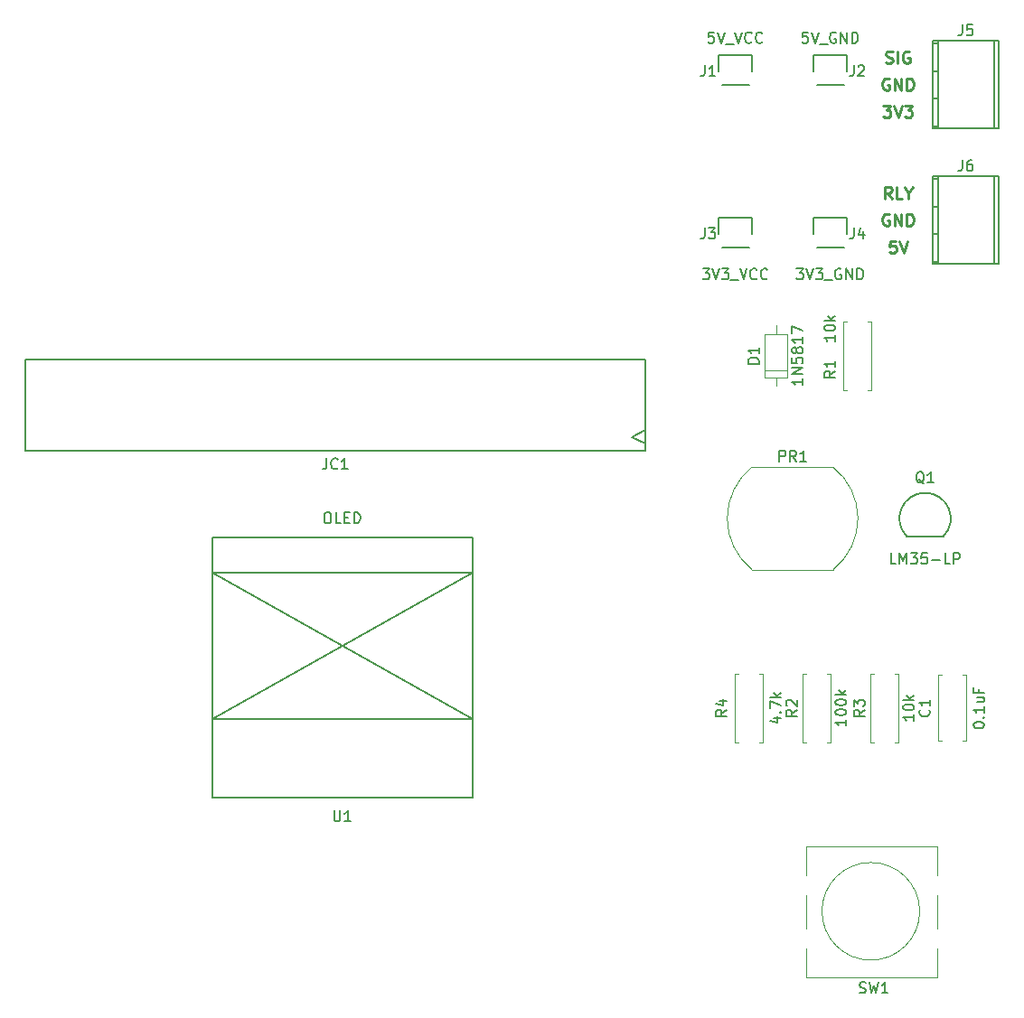
<source format=gbr>
G04 #@! TF.FileFunction,Legend,Top*
%FSLAX46Y46*%
G04 Gerber Fmt 4.6, Leading zero omitted, Abs format (unit mm)*
G04 Created by KiCad (PCBNEW 4.0.7) date Tuesday, 22 May 2018 'PMt' 14:30:25*
%MOMM*%
%LPD*%
G01*
G04 APERTURE LIST*
%ADD10C,0.100000*%
%ADD11C,0.275000*%
%ADD12C,0.250000*%
%ADD13C,0.150000*%
%ADD14C,0.120000*%
G04 APERTURE END LIST*
D10*
D11*
X174683810Y-69077619D02*
X174317144Y-68553810D01*
X174055239Y-69077619D02*
X174055239Y-67977619D01*
X174474286Y-67977619D01*
X174579048Y-68030000D01*
X174631429Y-68082381D01*
X174683810Y-68187143D01*
X174683810Y-68344286D01*
X174631429Y-68449048D01*
X174579048Y-68501429D01*
X174474286Y-68553810D01*
X174055239Y-68553810D01*
X175679048Y-69077619D02*
X175155239Y-69077619D01*
X175155239Y-67977619D01*
X176255239Y-68553810D02*
X176255239Y-69077619D01*
X175888572Y-67977619D02*
X176255239Y-68553810D01*
X176621905Y-67977619D01*
X174421905Y-70570000D02*
X174317143Y-70517619D01*
X174160000Y-70517619D01*
X174002858Y-70570000D01*
X173898096Y-70674762D01*
X173845715Y-70779524D01*
X173793334Y-70989048D01*
X173793334Y-71146190D01*
X173845715Y-71355714D01*
X173898096Y-71460476D01*
X174002858Y-71565238D01*
X174160000Y-71617619D01*
X174264762Y-71617619D01*
X174421905Y-71565238D01*
X174474286Y-71512857D01*
X174474286Y-71146190D01*
X174264762Y-71146190D01*
X174945715Y-71617619D02*
X174945715Y-70517619D01*
X175574286Y-71617619D01*
X175574286Y-70517619D01*
X176098096Y-71617619D02*
X176098096Y-70517619D01*
X176360001Y-70517619D01*
X176517143Y-70570000D01*
X176621905Y-70674762D01*
X176674286Y-70779524D01*
X176726667Y-70989048D01*
X176726667Y-71146190D01*
X176674286Y-71355714D01*
X176621905Y-71460476D01*
X176517143Y-71565238D01*
X176360001Y-71617619D01*
X176098096Y-71617619D01*
X175050476Y-73057619D02*
X174526667Y-73057619D01*
X174474286Y-73581429D01*
X174526667Y-73529048D01*
X174631429Y-73476667D01*
X174893333Y-73476667D01*
X174998095Y-73529048D01*
X175050476Y-73581429D01*
X175102857Y-73686190D01*
X175102857Y-73948095D01*
X175050476Y-74052857D01*
X174998095Y-74105238D01*
X174893333Y-74157619D01*
X174631429Y-74157619D01*
X174526667Y-74105238D01*
X174474286Y-74052857D01*
X175417143Y-73057619D02*
X175783810Y-74157619D01*
X176150476Y-73057619D01*
X174133810Y-56325238D02*
X174290953Y-56377619D01*
X174552857Y-56377619D01*
X174657619Y-56325238D01*
X174710000Y-56272857D01*
X174762381Y-56168095D01*
X174762381Y-56063333D01*
X174710000Y-55958571D01*
X174657619Y-55906190D01*
X174552857Y-55853810D01*
X174343334Y-55801429D01*
X174238572Y-55749048D01*
X174186191Y-55696667D01*
X174133810Y-55591905D01*
X174133810Y-55487143D01*
X174186191Y-55382381D01*
X174238572Y-55330000D01*
X174343334Y-55277619D01*
X174605238Y-55277619D01*
X174762381Y-55330000D01*
X175233810Y-56377619D02*
X175233810Y-55277619D01*
X176333810Y-55330000D02*
X176229048Y-55277619D01*
X176071905Y-55277619D01*
X175914763Y-55330000D01*
X175810001Y-55434762D01*
X175757620Y-55539524D01*
X175705239Y-55749048D01*
X175705239Y-55906190D01*
X175757620Y-56115714D01*
X175810001Y-56220476D01*
X175914763Y-56325238D01*
X176071905Y-56377619D01*
X176176667Y-56377619D01*
X176333810Y-56325238D01*
X176386191Y-56272857D01*
X176386191Y-55906190D01*
X176176667Y-55906190D01*
D12*
X174421905Y-57870000D02*
X174317143Y-57817619D01*
X174160000Y-57817619D01*
X174002858Y-57870000D01*
X173898096Y-57974762D01*
X173845715Y-58079524D01*
X173793334Y-58289048D01*
X173793334Y-58446190D01*
X173845715Y-58655714D01*
X173898096Y-58760476D01*
X174002858Y-58865238D01*
X174160000Y-58917619D01*
X174264762Y-58917619D01*
X174421905Y-58865238D01*
X174474286Y-58812857D01*
X174474286Y-58446190D01*
X174264762Y-58446190D01*
X174945715Y-58917619D02*
X174945715Y-57817619D01*
X175574286Y-58917619D01*
X175574286Y-57817619D01*
X176098096Y-58917619D02*
X176098096Y-57817619D01*
X176360001Y-57817619D01*
X176517143Y-57870000D01*
X176621905Y-57974762D01*
X176674286Y-58079524D01*
X176726667Y-58289048D01*
X176726667Y-58446190D01*
X176674286Y-58655714D01*
X176621905Y-58760476D01*
X176517143Y-58865238D01*
X176360001Y-58917619D01*
X176098096Y-58917619D01*
X173898096Y-60357619D02*
X174579048Y-60357619D01*
X174212382Y-60776667D01*
X174369524Y-60776667D01*
X174474286Y-60829048D01*
X174526667Y-60881429D01*
X174579048Y-60986190D01*
X174579048Y-61248095D01*
X174526667Y-61352857D01*
X174474286Y-61405238D01*
X174369524Y-61457619D01*
X174055239Y-61457619D01*
X173950477Y-61405238D01*
X173898096Y-61352857D01*
X174893334Y-60357619D02*
X175260001Y-61457619D01*
X175626667Y-60357619D01*
X175888572Y-60357619D02*
X176569524Y-60357619D01*
X176202858Y-60776667D01*
X176360000Y-60776667D01*
X176464762Y-60829048D01*
X176517143Y-60881429D01*
X176569524Y-60986190D01*
X176569524Y-61248095D01*
X176517143Y-61352857D01*
X176464762Y-61405238D01*
X176360000Y-61457619D01*
X176045715Y-61457619D01*
X175940953Y-61405238D01*
X175888572Y-61352857D01*
D13*
X135382000Y-104140000D02*
X110998000Y-117856000D01*
X110998000Y-104140000D02*
X135382000Y-117856000D01*
X135382000Y-117856000D02*
X110998000Y-117856000D01*
X110998000Y-104140000D02*
X135382000Y-104140000D01*
X110998000Y-125222000D02*
X110998000Y-100838000D01*
X135382000Y-125222000D02*
X110998000Y-125222000D01*
X135382000Y-100838000D02*
X135382000Y-125222000D01*
X110998000Y-100838000D02*
X135382000Y-100838000D01*
X176100000Y-100760000D02*
X179500000Y-100760000D01*
X176102944Y-100757056D02*
G75*
G02X177800000Y-96660000I1697056J1697056D01*
G01*
X179497056Y-100757056D02*
G75*
G03X177800000Y-96660000I-1697056J1697056D01*
G01*
D14*
X162770000Y-85880000D02*
X164890000Y-85880000D01*
X164890000Y-85880000D02*
X164890000Y-81760000D01*
X164890000Y-81760000D02*
X162770000Y-81760000D01*
X162770000Y-81760000D02*
X162770000Y-85880000D01*
X163830000Y-86650000D02*
X163830000Y-85880000D01*
X163830000Y-80990000D02*
X163830000Y-81760000D01*
X162770000Y-85220000D02*
X164890000Y-85220000D01*
D13*
X161570000Y-55600000D02*
X161570000Y-57150000D01*
X158470000Y-57150000D02*
X158470000Y-55600000D01*
X158470000Y-55600000D02*
X161570000Y-55600000D01*
X158750000Y-58420000D02*
X161290000Y-58420000D01*
X170460000Y-55600000D02*
X170460000Y-57150000D01*
X167360000Y-57150000D02*
X167360000Y-55600000D01*
X167360000Y-55600000D02*
X170460000Y-55600000D01*
X167640000Y-58420000D02*
X170180000Y-58420000D01*
X161570000Y-70840000D02*
X161570000Y-72390000D01*
X158470000Y-72390000D02*
X158470000Y-70840000D01*
X158470000Y-70840000D02*
X161570000Y-70840000D01*
X158750000Y-73660000D02*
X161290000Y-73660000D01*
X170460000Y-70840000D02*
X170460000Y-72390000D01*
X167360000Y-72390000D02*
X167360000Y-70840000D01*
X167360000Y-70840000D02*
X170460000Y-70840000D01*
X167640000Y-73660000D02*
X170180000Y-73660000D01*
D14*
X170470000Y-87030000D02*
X170140000Y-87030000D01*
X170140000Y-87030000D02*
X170140000Y-80610000D01*
X170140000Y-80610000D02*
X170470000Y-80610000D01*
X172430000Y-87030000D02*
X172760000Y-87030000D01*
X172760000Y-87030000D02*
X172760000Y-80610000D01*
X172760000Y-80610000D02*
X172430000Y-80610000D01*
X181650000Y-113740000D02*
X181650000Y-119860000D01*
X179030000Y-113740000D02*
X179030000Y-119860000D01*
X181650000Y-113740000D02*
X181336000Y-113740000D01*
X179344000Y-113740000D02*
X179030000Y-113740000D01*
X181650000Y-119860000D02*
X181336000Y-119860000D01*
X179344000Y-119860000D02*
X179030000Y-119860000D01*
X166660000Y-120050000D02*
X166330000Y-120050000D01*
X166330000Y-120050000D02*
X166330000Y-113630000D01*
X166330000Y-113630000D02*
X166660000Y-113630000D01*
X168620000Y-120050000D02*
X168950000Y-120050000D01*
X168950000Y-120050000D02*
X168950000Y-113630000D01*
X168950000Y-113630000D02*
X168620000Y-113630000D01*
X173010000Y-120050000D02*
X172680000Y-120050000D01*
X172680000Y-120050000D02*
X172680000Y-113630000D01*
X172680000Y-113630000D02*
X173010000Y-113630000D01*
X174970000Y-120050000D02*
X175300000Y-120050000D01*
X175300000Y-120050000D02*
X175300000Y-113630000D01*
X175300000Y-113630000D02*
X174970000Y-113630000D01*
X162270000Y-113630000D02*
X162600000Y-113630000D01*
X162600000Y-113630000D02*
X162600000Y-120050000D01*
X162600000Y-120050000D02*
X162270000Y-120050000D01*
X160310000Y-113630000D02*
X159980000Y-113630000D01*
X159980000Y-113630000D02*
X159980000Y-120050000D01*
X159980000Y-120050000D02*
X160310000Y-120050000D01*
X178970000Y-142080000D02*
X166670000Y-142080000D01*
X166670000Y-137500000D02*
X166670000Y-134360000D01*
X166670000Y-129780000D02*
X178970000Y-129780000D01*
X178970000Y-139360000D02*
X178970000Y-142080000D01*
X177299050Y-135890000D02*
G75*
G03X177299050Y-135890000I-4579050J0D01*
G01*
X178970000Y-129780000D02*
X178970000Y-132500000D01*
X178970000Y-134360000D02*
X178970000Y-137500000D01*
X166670000Y-132500000D02*
X166670000Y-129780000D01*
X166670000Y-142080000D02*
X166670000Y-139360000D01*
D13*
X184708800Y-62519560D02*
X184708800Y-54320440D01*
X184310020Y-62519560D02*
X184310020Y-54320440D01*
X179009040Y-62519560D02*
X179009040Y-54320440D01*
X178511200Y-54320440D02*
X178511200Y-62519560D01*
X179009040Y-59720480D02*
X178511200Y-59720480D01*
X178511200Y-54521100D02*
X179009040Y-54521100D01*
X179009040Y-62321440D02*
X178511200Y-62321440D01*
X178511200Y-57122060D02*
X179009040Y-57122060D01*
X178511200Y-62519560D02*
X184708800Y-62519560D01*
X184708800Y-54322980D02*
X178511200Y-54322980D01*
X184708800Y-75219560D02*
X184708800Y-67020440D01*
X184310020Y-75219560D02*
X184310020Y-67020440D01*
X179009040Y-75219560D02*
X179009040Y-67020440D01*
X178511200Y-67020440D02*
X178511200Y-75219560D01*
X179009040Y-72420480D02*
X178511200Y-72420480D01*
X178511200Y-67221100D02*
X179009040Y-67221100D01*
X179009040Y-75021440D02*
X178511200Y-75021440D01*
X178511200Y-69822060D02*
X179009040Y-69822060D01*
X178511200Y-75219560D02*
X184708800Y-75219560D01*
X184708800Y-67022980D02*
X178511200Y-67022980D01*
D14*
X169190000Y-103860000D02*
X161590000Y-103860000D01*
X161590000Y-94260000D02*
X169190000Y-94260000D01*
X169212162Y-103842371D02*
G75*
G03X169190000Y-94260000I-3822162J4782371D01*
G01*
X161567838Y-94277629D02*
G75*
G03X161590000Y-103860000I3822162J-4782371D01*
G01*
D13*
X151590000Y-92075000D02*
X150320000Y-91440000D01*
X150320000Y-91440000D02*
X151590000Y-90805000D01*
X93500000Y-84170000D02*
X151620000Y-84170000D01*
X151620000Y-84170000D02*
X151620000Y-92710000D01*
X151620000Y-92710000D02*
X93500000Y-92710000D01*
X93500000Y-92710000D02*
X93500000Y-84170000D01*
X122428095Y-126452381D02*
X122428095Y-127261905D01*
X122475714Y-127357143D01*
X122523333Y-127404762D01*
X122618571Y-127452381D01*
X122809048Y-127452381D01*
X122904286Y-127404762D01*
X122951905Y-127357143D01*
X122999524Y-127261905D01*
X122999524Y-126452381D01*
X123999524Y-127452381D02*
X123428095Y-127452381D01*
X123713809Y-127452381D02*
X123713809Y-126452381D01*
X123618571Y-126595238D01*
X123523333Y-126690476D01*
X123428095Y-126738095D01*
X121737619Y-98512381D02*
X121928096Y-98512381D01*
X122023334Y-98560000D01*
X122118572Y-98655238D01*
X122166191Y-98845714D01*
X122166191Y-99179048D01*
X122118572Y-99369524D01*
X122023334Y-99464762D01*
X121928096Y-99512381D01*
X121737619Y-99512381D01*
X121642381Y-99464762D01*
X121547143Y-99369524D01*
X121499524Y-99179048D01*
X121499524Y-98845714D01*
X121547143Y-98655238D01*
X121642381Y-98560000D01*
X121737619Y-98512381D01*
X123070953Y-99512381D02*
X122594762Y-99512381D01*
X122594762Y-98512381D01*
X123404286Y-98988571D02*
X123737620Y-98988571D01*
X123880477Y-99512381D02*
X123404286Y-99512381D01*
X123404286Y-98512381D01*
X123880477Y-98512381D01*
X124309048Y-99512381D02*
X124309048Y-98512381D01*
X124547143Y-98512381D01*
X124690001Y-98560000D01*
X124785239Y-98655238D01*
X124832858Y-98750476D01*
X124880477Y-98940952D01*
X124880477Y-99083810D01*
X124832858Y-99274286D01*
X124785239Y-99369524D01*
X124690001Y-99464762D01*
X124547143Y-99512381D01*
X124309048Y-99512381D01*
X177704762Y-95797619D02*
X177609524Y-95750000D01*
X177514286Y-95654762D01*
X177371429Y-95511905D01*
X177276190Y-95464286D01*
X177180952Y-95464286D01*
X177228571Y-95702381D02*
X177133333Y-95654762D01*
X177038095Y-95559524D01*
X176990476Y-95369048D01*
X176990476Y-95035714D01*
X177038095Y-94845238D01*
X177133333Y-94750000D01*
X177228571Y-94702381D01*
X177419048Y-94702381D01*
X177514286Y-94750000D01*
X177609524Y-94845238D01*
X177657143Y-95035714D01*
X177657143Y-95369048D01*
X177609524Y-95559524D01*
X177514286Y-95654762D01*
X177419048Y-95702381D01*
X177228571Y-95702381D01*
X178609524Y-95702381D02*
X178038095Y-95702381D01*
X178323809Y-95702381D02*
X178323809Y-94702381D01*
X178228571Y-94845238D01*
X178133333Y-94940476D01*
X178038095Y-94988095D01*
X175061905Y-103322381D02*
X174585714Y-103322381D01*
X174585714Y-102322381D01*
X175395238Y-103322381D02*
X175395238Y-102322381D01*
X175728572Y-103036667D01*
X176061905Y-102322381D01*
X176061905Y-103322381D01*
X176442857Y-102322381D02*
X177061905Y-102322381D01*
X176728571Y-102703333D01*
X176871429Y-102703333D01*
X176966667Y-102750952D01*
X177014286Y-102798571D01*
X177061905Y-102893810D01*
X177061905Y-103131905D01*
X177014286Y-103227143D01*
X176966667Y-103274762D01*
X176871429Y-103322381D01*
X176585714Y-103322381D01*
X176490476Y-103274762D01*
X176442857Y-103227143D01*
X177966667Y-102322381D02*
X177490476Y-102322381D01*
X177442857Y-102798571D01*
X177490476Y-102750952D01*
X177585714Y-102703333D01*
X177823810Y-102703333D01*
X177919048Y-102750952D01*
X177966667Y-102798571D01*
X178014286Y-102893810D01*
X178014286Y-103131905D01*
X177966667Y-103227143D01*
X177919048Y-103274762D01*
X177823810Y-103322381D01*
X177585714Y-103322381D01*
X177490476Y-103274762D01*
X177442857Y-103227143D01*
X178442857Y-102941429D02*
X179204762Y-102941429D01*
X180157143Y-103322381D02*
X179680952Y-103322381D01*
X179680952Y-102322381D01*
X180490476Y-103322381D02*
X180490476Y-102322381D01*
X180871429Y-102322381D01*
X180966667Y-102370000D01*
X181014286Y-102417619D01*
X181061905Y-102512857D01*
X181061905Y-102655714D01*
X181014286Y-102750952D01*
X180966667Y-102798571D01*
X180871429Y-102846190D01*
X180490476Y-102846190D01*
X162222381Y-84558095D02*
X161222381Y-84558095D01*
X161222381Y-84320000D01*
X161270000Y-84177142D01*
X161365238Y-84081904D01*
X161460476Y-84034285D01*
X161650952Y-83986666D01*
X161793810Y-83986666D01*
X161984286Y-84034285D01*
X162079524Y-84081904D01*
X162174762Y-84177142D01*
X162222381Y-84320000D01*
X162222381Y-84558095D01*
X162222381Y-83034285D02*
X162222381Y-83605714D01*
X162222381Y-83320000D02*
X161222381Y-83320000D01*
X161365238Y-83415238D01*
X161460476Y-83510476D01*
X161508095Y-83605714D01*
X166342381Y-85962857D02*
X166342381Y-86534286D01*
X166342381Y-86248572D02*
X165342381Y-86248572D01*
X165485238Y-86343810D01*
X165580476Y-86439048D01*
X165628095Y-86534286D01*
X166342381Y-85534286D02*
X165342381Y-85534286D01*
X166342381Y-84962857D01*
X165342381Y-84962857D01*
X165342381Y-84010476D02*
X165342381Y-84486667D01*
X165818571Y-84534286D01*
X165770952Y-84486667D01*
X165723333Y-84391429D01*
X165723333Y-84153333D01*
X165770952Y-84058095D01*
X165818571Y-84010476D01*
X165913810Y-83962857D01*
X166151905Y-83962857D01*
X166247143Y-84010476D01*
X166294762Y-84058095D01*
X166342381Y-84153333D01*
X166342381Y-84391429D01*
X166294762Y-84486667D01*
X166247143Y-84534286D01*
X165770952Y-83391429D02*
X165723333Y-83486667D01*
X165675714Y-83534286D01*
X165580476Y-83581905D01*
X165532857Y-83581905D01*
X165437619Y-83534286D01*
X165390000Y-83486667D01*
X165342381Y-83391429D01*
X165342381Y-83200952D01*
X165390000Y-83105714D01*
X165437619Y-83058095D01*
X165532857Y-83010476D01*
X165580476Y-83010476D01*
X165675714Y-83058095D01*
X165723333Y-83105714D01*
X165770952Y-83200952D01*
X165770952Y-83391429D01*
X165818571Y-83486667D01*
X165866190Y-83534286D01*
X165961429Y-83581905D01*
X166151905Y-83581905D01*
X166247143Y-83534286D01*
X166294762Y-83486667D01*
X166342381Y-83391429D01*
X166342381Y-83200952D01*
X166294762Y-83105714D01*
X166247143Y-83058095D01*
X166151905Y-83010476D01*
X165961429Y-83010476D01*
X165866190Y-83058095D01*
X165818571Y-83105714D01*
X165770952Y-83200952D01*
X166342381Y-82058095D02*
X166342381Y-82629524D01*
X166342381Y-82343810D02*
X165342381Y-82343810D01*
X165485238Y-82439048D01*
X165580476Y-82534286D01*
X165628095Y-82629524D01*
X165342381Y-81724762D02*
X165342381Y-81058095D01*
X166342381Y-81486667D01*
X157146667Y-56602381D02*
X157146667Y-57316667D01*
X157099047Y-57459524D01*
X157003809Y-57554762D01*
X156860952Y-57602381D01*
X156765714Y-57602381D01*
X158146667Y-57602381D02*
X157575238Y-57602381D01*
X157860952Y-57602381D02*
X157860952Y-56602381D01*
X157765714Y-56745238D01*
X157670476Y-56840476D01*
X157575238Y-56888095D01*
X158020000Y-53502381D02*
X157543809Y-53502381D01*
X157496190Y-53978571D01*
X157543809Y-53930952D01*
X157639047Y-53883333D01*
X157877143Y-53883333D01*
X157972381Y-53930952D01*
X158020000Y-53978571D01*
X158067619Y-54073810D01*
X158067619Y-54311905D01*
X158020000Y-54407143D01*
X157972381Y-54454762D01*
X157877143Y-54502381D01*
X157639047Y-54502381D01*
X157543809Y-54454762D01*
X157496190Y-54407143D01*
X158353333Y-53502381D02*
X158686666Y-54502381D01*
X159020000Y-53502381D01*
X159115238Y-54597619D02*
X159877143Y-54597619D01*
X159972381Y-53502381D02*
X160305714Y-54502381D01*
X160639048Y-53502381D01*
X161543810Y-54407143D02*
X161496191Y-54454762D01*
X161353334Y-54502381D01*
X161258096Y-54502381D01*
X161115238Y-54454762D01*
X161020000Y-54359524D01*
X160972381Y-54264286D01*
X160924762Y-54073810D01*
X160924762Y-53930952D01*
X160972381Y-53740476D01*
X161020000Y-53645238D01*
X161115238Y-53550000D01*
X161258096Y-53502381D01*
X161353334Y-53502381D01*
X161496191Y-53550000D01*
X161543810Y-53597619D01*
X162543810Y-54407143D02*
X162496191Y-54454762D01*
X162353334Y-54502381D01*
X162258096Y-54502381D01*
X162115238Y-54454762D01*
X162020000Y-54359524D01*
X161972381Y-54264286D01*
X161924762Y-54073810D01*
X161924762Y-53930952D01*
X161972381Y-53740476D01*
X162020000Y-53645238D01*
X162115238Y-53550000D01*
X162258096Y-53502381D01*
X162353334Y-53502381D01*
X162496191Y-53550000D01*
X162543810Y-53597619D01*
X171116667Y-56602381D02*
X171116667Y-57316667D01*
X171069047Y-57459524D01*
X170973809Y-57554762D01*
X170830952Y-57602381D01*
X170735714Y-57602381D01*
X171545238Y-56697619D02*
X171592857Y-56650000D01*
X171688095Y-56602381D01*
X171926191Y-56602381D01*
X172021429Y-56650000D01*
X172069048Y-56697619D01*
X172116667Y-56792857D01*
X172116667Y-56888095D01*
X172069048Y-57030952D01*
X171497619Y-57602381D01*
X172116667Y-57602381D01*
X166814762Y-53502381D02*
X166338571Y-53502381D01*
X166290952Y-53978571D01*
X166338571Y-53930952D01*
X166433809Y-53883333D01*
X166671905Y-53883333D01*
X166767143Y-53930952D01*
X166814762Y-53978571D01*
X166862381Y-54073810D01*
X166862381Y-54311905D01*
X166814762Y-54407143D01*
X166767143Y-54454762D01*
X166671905Y-54502381D01*
X166433809Y-54502381D01*
X166338571Y-54454762D01*
X166290952Y-54407143D01*
X167148095Y-53502381D02*
X167481428Y-54502381D01*
X167814762Y-53502381D01*
X167910000Y-54597619D02*
X168671905Y-54597619D01*
X169433810Y-53550000D02*
X169338572Y-53502381D01*
X169195715Y-53502381D01*
X169052857Y-53550000D01*
X168957619Y-53645238D01*
X168910000Y-53740476D01*
X168862381Y-53930952D01*
X168862381Y-54073810D01*
X168910000Y-54264286D01*
X168957619Y-54359524D01*
X169052857Y-54454762D01*
X169195715Y-54502381D01*
X169290953Y-54502381D01*
X169433810Y-54454762D01*
X169481429Y-54407143D01*
X169481429Y-54073810D01*
X169290953Y-54073810D01*
X169910000Y-54502381D02*
X169910000Y-53502381D01*
X170481429Y-54502381D01*
X170481429Y-53502381D01*
X170957619Y-54502381D02*
X170957619Y-53502381D01*
X171195714Y-53502381D01*
X171338572Y-53550000D01*
X171433810Y-53645238D01*
X171481429Y-53740476D01*
X171529048Y-53930952D01*
X171529048Y-54073810D01*
X171481429Y-54264286D01*
X171433810Y-54359524D01*
X171338572Y-54454762D01*
X171195714Y-54502381D01*
X170957619Y-54502381D01*
X157146667Y-71842381D02*
X157146667Y-72556667D01*
X157099047Y-72699524D01*
X157003809Y-72794762D01*
X156860952Y-72842381D01*
X156765714Y-72842381D01*
X157527619Y-71842381D02*
X158146667Y-71842381D01*
X157813333Y-72223333D01*
X157956191Y-72223333D01*
X158051429Y-72270952D01*
X158099048Y-72318571D01*
X158146667Y-72413810D01*
X158146667Y-72651905D01*
X158099048Y-72747143D01*
X158051429Y-72794762D01*
X157956191Y-72842381D01*
X157670476Y-72842381D01*
X157575238Y-72794762D01*
X157527619Y-72747143D01*
X156972381Y-75652381D02*
X157591429Y-75652381D01*
X157258095Y-76033333D01*
X157400953Y-76033333D01*
X157496191Y-76080952D01*
X157543810Y-76128571D01*
X157591429Y-76223810D01*
X157591429Y-76461905D01*
X157543810Y-76557143D01*
X157496191Y-76604762D01*
X157400953Y-76652381D01*
X157115238Y-76652381D01*
X157020000Y-76604762D01*
X156972381Y-76557143D01*
X157877143Y-75652381D02*
X158210476Y-76652381D01*
X158543810Y-75652381D01*
X158781905Y-75652381D02*
X159400953Y-75652381D01*
X159067619Y-76033333D01*
X159210477Y-76033333D01*
X159305715Y-76080952D01*
X159353334Y-76128571D01*
X159400953Y-76223810D01*
X159400953Y-76461905D01*
X159353334Y-76557143D01*
X159305715Y-76604762D01*
X159210477Y-76652381D01*
X158924762Y-76652381D01*
X158829524Y-76604762D01*
X158781905Y-76557143D01*
X159591429Y-76747619D02*
X160353334Y-76747619D01*
X160448572Y-75652381D02*
X160781905Y-76652381D01*
X161115239Y-75652381D01*
X162020001Y-76557143D02*
X161972382Y-76604762D01*
X161829525Y-76652381D01*
X161734287Y-76652381D01*
X161591429Y-76604762D01*
X161496191Y-76509524D01*
X161448572Y-76414286D01*
X161400953Y-76223810D01*
X161400953Y-76080952D01*
X161448572Y-75890476D01*
X161496191Y-75795238D01*
X161591429Y-75700000D01*
X161734287Y-75652381D01*
X161829525Y-75652381D01*
X161972382Y-75700000D01*
X162020001Y-75747619D01*
X163020001Y-76557143D02*
X162972382Y-76604762D01*
X162829525Y-76652381D01*
X162734287Y-76652381D01*
X162591429Y-76604762D01*
X162496191Y-76509524D01*
X162448572Y-76414286D01*
X162400953Y-76223810D01*
X162400953Y-76080952D01*
X162448572Y-75890476D01*
X162496191Y-75795238D01*
X162591429Y-75700000D01*
X162734287Y-75652381D01*
X162829525Y-75652381D01*
X162972382Y-75700000D01*
X163020001Y-75747619D01*
X171116667Y-71842381D02*
X171116667Y-72556667D01*
X171069047Y-72699524D01*
X170973809Y-72794762D01*
X170830952Y-72842381D01*
X170735714Y-72842381D01*
X172021429Y-72175714D02*
X172021429Y-72842381D01*
X171783333Y-71794762D02*
X171545238Y-72509048D01*
X172164286Y-72509048D01*
X165767143Y-75652381D02*
X166386191Y-75652381D01*
X166052857Y-76033333D01*
X166195715Y-76033333D01*
X166290953Y-76080952D01*
X166338572Y-76128571D01*
X166386191Y-76223810D01*
X166386191Y-76461905D01*
X166338572Y-76557143D01*
X166290953Y-76604762D01*
X166195715Y-76652381D01*
X165910000Y-76652381D01*
X165814762Y-76604762D01*
X165767143Y-76557143D01*
X166671905Y-75652381D02*
X167005238Y-76652381D01*
X167338572Y-75652381D01*
X167576667Y-75652381D02*
X168195715Y-75652381D01*
X167862381Y-76033333D01*
X168005239Y-76033333D01*
X168100477Y-76080952D01*
X168148096Y-76128571D01*
X168195715Y-76223810D01*
X168195715Y-76461905D01*
X168148096Y-76557143D01*
X168100477Y-76604762D01*
X168005239Y-76652381D01*
X167719524Y-76652381D01*
X167624286Y-76604762D01*
X167576667Y-76557143D01*
X168386191Y-76747619D02*
X169148096Y-76747619D01*
X169910001Y-75700000D02*
X169814763Y-75652381D01*
X169671906Y-75652381D01*
X169529048Y-75700000D01*
X169433810Y-75795238D01*
X169386191Y-75890476D01*
X169338572Y-76080952D01*
X169338572Y-76223810D01*
X169386191Y-76414286D01*
X169433810Y-76509524D01*
X169529048Y-76604762D01*
X169671906Y-76652381D01*
X169767144Y-76652381D01*
X169910001Y-76604762D01*
X169957620Y-76557143D01*
X169957620Y-76223810D01*
X169767144Y-76223810D01*
X170386191Y-76652381D02*
X170386191Y-75652381D01*
X170957620Y-76652381D01*
X170957620Y-75652381D01*
X171433810Y-76652381D02*
X171433810Y-75652381D01*
X171671905Y-75652381D01*
X171814763Y-75700000D01*
X171910001Y-75795238D01*
X171957620Y-75890476D01*
X172005239Y-76080952D01*
X172005239Y-76223810D01*
X171957620Y-76414286D01*
X171910001Y-76509524D01*
X171814763Y-76604762D01*
X171671905Y-76652381D01*
X171433810Y-76652381D01*
X169362381Y-85256666D02*
X168886190Y-85590000D01*
X169362381Y-85828095D02*
X168362381Y-85828095D01*
X168362381Y-85447142D01*
X168410000Y-85351904D01*
X168457619Y-85304285D01*
X168552857Y-85256666D01*
X168695714Y-85256666D01*
X168790952Y-85304285D01*
X168838571Y-85351904D01*
X168886190Y-85447142D01*
X168886190Y-85828095D01*
X169362381Y-84304285D02*
X169362381Y-84875714D01*
X169362381Y-84590000D02*
X168362381Y-84590000D01*
X168505238Y-84685238D01*
X168600476Y-84780476D01*
X168648095Y-84875714D01*
X169362381Y-81875238D02*
X169362381Y-82446667D01*
X169362381Y-82160953D02*
X168362381Y-82160953D01*
X168505238Y-82256191D01*
X168600476Y-82351429D01*
X168648095Y-82446667D01*
X168362381Y-81256191D02*
X168362381Y-81160952D01*
X168410000Y-81065714D01*
X168457619Y-81018095D01*
X168552857Y-80970476D01*
X168743333Y-80922857D01*
X168981429Y-80922857D01*
X169171905Y-80970476D01*
X169267143Y-81018095D01*
X169314762Y-81065714D01*
X169362381Y-81160952D01*
X169362381Y-81256191D01*
X169314762Y-81351429D01*
X169267143Y-81399048D01*
X169171905Y-81446667D01*
X168981429Y-81494286D01*
X168743333Y-81494286D01*
X168552857Y-81446667D01*
X168457619Y-81399048D01*
X168410000Y-81351429D01*
X168362381Y-81256191D01*
X169362381Y-80494286D02*
X168362381Y-80494286D01*
X168981429Y-80399048D02*
X169362381Y-80113333D01*
X168695714Y-80113333D02*
X169076667Y-80494286D01*
X178157143Y-117006666D02*
X178204762Y-117054285D01*
X178252381Y-117197142D01*
X178252381Y-117292380D01*
X178204762Y-117435238D01*
X178109524Y-117530476D01*
X178014286Y-117578095D01*
X177823810Y-117625714D01*
X177680952Y-117625714D01*
X177490476Y-117578095D01*
X177395238Y-117530476D01*
X177300000Y-117435238D01*
X177252381Y-117292380D01*
X177252381Y-117197142D01*
X177300000Y-117054285D01*
X177347619Y-117006666D01*
X178252381Y-116054285D02*
X178252381Y-116625714D01*
X178252381Y-116340000D02*
X177252381Y-116340000D01*
X177395238Y-116435238D01*
X177490476Y-116530476D01*
X177538095Y-116625714D01*
X182332381Y-118482857D02*
X182332381Y-118387618D01*
X182380000Y-118292380D01*
X182427619Y-118244761D01*
X182522857Y-118197142D01*
X182713333Y-118149523D01*
X182951429Y-118149523D01*
X183141905Y-118197142D01*
X183237143Y-118244761D01*
X183284762Y-118292380D01*
X183332381Y-118387618D01*
X183332381Y-118482857D01*
X183284762Y-118578095D01*
X183237143Y-118625714D01*
X183141905Y-118673333D01*
X182951429Y-118720952D01*
X182713333Y-118720952D01*
X182522857Y-118673333D01*
X182427619Y-118625714D01*
X182380000Y-118578095D01*
X182332381Y-118482857D01*
X183237143Y-117720952D02*
X183284762Y-117673333D01*
X183332381Y-117720952D01*
X183284762Y-117768571D01*
X183237143Y-117720952D01*
X183332381Y-117720952D01*
X183332381Y-116720952D02*
X183332381Y-117292381D01*
X183332381Y-117006667D02*
X182332381Y-117006667D01*
X182475238Y-117101905D01*
X182570476Y-117197143D01*
X182618095Y-117292381D01*
X182665714Y-115863809D02*
X183332381Y-115863809D01*
X182665714Y-116292381D02*
X183189524Y-116292381D01*
X183284762Y-116244762D01*
X183332381Y-116149524D01*
X183332381Y-116006666D01*
X183284762Y-115911428D01*
X183237143Y-115863809D01*
X182808571Y-115054285D02*
X182808571Y-115387619D01*
X183332381Y-115387619D02*
X182332381Y-115387619D01*
X182332381Y-114911428D01*
X165782381Y-117006666D02*
X165306190Y-117340000D01*
X165782381Y-117578095D02*
X164782381Y-117578095D01*
X164782381Y-117197142D01*
X164830000Y-117101904D01*
X164877619Y-117054285D01*
X164972857Y-117006666D01*
X165115714Y-117006666D01*
X165210952Y-117054285D01*
X165258571Y-117101904D01*
X165306190Y-117197142D01*
X165306190Y-117578095D01*
X164877619Y-116625714D02*
X164830000Y-116578095D01*
X164782381Y-116482857D01*
X164782381Y-116244761D01*
X164830000Y-116149523D01*
X164877619Y-116101904D01*
X164972857Y-116054285D01*
X165068095Y-116054285D01*
X165210952Y-116101904D01*
X165782381Y-116673333D01*
X165782381Y-116054285D01*
X170402381Y-117911428D02*
X170402381Y-118482857D01*
X170402381Y-118197143D02*
X169402381Y-118197143D01*
X169545238Y-118292381D01*
X169640476Y-118387619D01*
X169688095Y-118482857D01*
X169402381Y-117292381D02*
X169402381Y-117197142D01*
X169450000Y-117101904D01*
X169497619Y-117054285D01*
X169592857Y-117006666D01*
X169783333Y-116959047D01*
X170021429Y-116959047D01*
X170211905Y-117006666D01*
X170307143Y-117054285D01*
X170354762Y-117101904D01*
X170402381Y-117197142D01*
X170402381Y-117292381D01*
X170354762Y-117387619D01*
X170307143Y-117435238D01*
X170211905Y-117482857D01*
X170021429Y-117530476D01*
X169783333Y-117530476D01*
X169592857Y-117482857D01*
X169497619Y-117435238D01*
X169450000Y-117387619D01*
X169402381Y-117292381D01*
X169402381Y-116340000D02*
X169402381Y-116244761D01*
X169450000Y-116149523D01*
X169497619Y-116101904D01*
X169592857Y-116054285D01*
X169783333Y-116006666D01*
X170021429Y-116006666D01*
X170211905Y-116054285D01*
X170307143Y-116101904D01*
X170354762Y-116149523D01*
X170402381Y-116244761D01*
X170402381Y-116340000D01*
X170354762Y-116435238D01*
X170307143Y-116482857D01*
X170211905Y-116530476D01*
X170021429Y-116578095D01*
X169783333Y-116578095D01*
X169592857Y-116530476D01*
X169497619Y-116482857D01*
X169450000Y-116435238D01*
X169402381Y-116340000D01*
X170402381Y-115578095D02*
X169402381Y-115578095D01*
X170021429Y-115482857D02*
X170402381Y-115197142D01*
X169735714Y-115197142D02*
X170116667Y-115578095D01*
X172132381Y-117006666D02*
X171656190Y-117340000D01*
X172132381Y-117578095D02*
X171132381Y-117578095D01*
X171132381Y-117197142D01*
X171180000Y-117101904D01*
X171227619Y-117054285D01*
X171322857Y-117006666D01*
X171465714Y-117006666D01*
X171560952Y-117054285D01*
X171608571Y-117101904D01*
X171656190Y-117197142D01*
X171656190Y-117578095D01*
X171132381Y-116673333D02*
X171132381Y-116054285D01*
X171513333Y-116387619D01*
X171513333Y-116244761D01*
X171560952Y-116149523D01*
X171608571Y-116101904D01*
X171703810Y-116054285D01*
X171941905Y-116054285D01*
X172037143Y-116101904D01*
X172084762Y-116149523D01*
X172132381Y-116244761D01*
X172132381Y-116530476D01*
X172084762Y-116625714D01*
X172037143Y-116673333D01*
X176752381Y-117435238D02*
X176752381Y-118006667D01*
X176752381Y-117720953D02*
X175752381Y-117720953D01*
X175895238Y-117816191D01*
X175990476Y-117911429D01*
X176038095Y-118006667D01*
X175752381Y-116816191D02*
X175752381Y-116720952D01*
X175800000Y-116625714D01*
X175847619Y-116578095D01*
X175942857Y-116530476D01*
X176133333Y-116482857D01*
X176371429Y-116482857D01*
X176561905Y-116530476D01*
X176657143Y-116578095D01*
X176704762Y-116625714D01*
X176752381Y-116720952D01*
X176752381Y-116816191D01*
X176704762Y-116911429D01*
X176657143Y-116959048D01*
X176561905Y-117006667D01*
X176371429Y-117054286D01*
X176133333Y-117054286D01*
X175942857Y-117006667D01*
X175847619Y-116959048D01*
X175800000Y-116911429D01*
X175752381Y-116816191D01*
X176752381Y-116054286D02*
X175752381Y-116054286D01*
X176371429Y-115959048D02*
X176752381Y-115673333D01*
X176085714Y-115673333D02*
X176466667Y-116054286D01*
X159202381Y-117006666D02*
X158726190Y-117340000D01*
X159202381Y-117578095D02*
X158202381Y-117578095D01*
X158202381Y-117197142D01*
X158250000Y-117101904D01*
X158297619Y-117054285D01*
X158392857Y-117006666D01*
X158535714Y-117006666D01*
X158630952Y-117054285D01*
X158678571Y-117101904D01*
X158726190Y-117197142D01*
X158726190Y-117578095D01*
X158535714Y-116149523D02*
X159202381Y-116149523D01*
X158154762Y-116387619D02*
X158869048Y-116625714D01*
X158869048Y-116006666D01*
X163615714Y-117768571D02*
X164282381Y-117768571D01*
X163234762Y-118006667D02*
X163949048Y-118244762D01*
X163949048Y-117625714D01*
X164187143Y-117244762D02*
X164234762Y-117197143D01*
X164282381Y-117244762D01*
X164234762Y-117292381D01*
X164187143Y-117244762D01*
X164282381Y-117244762D01*
X163282381Y-116863810D02*
X163282381Y-116197143D01*
X164282381Y-116625715D01*
X164282381Y-115816191D02*
X163282381Y-115816191D01*
X163901429Y-115720953D02*
X164282381Y-115435238D01*
X163615714Y-115435238D02*
X163996667Y-115816191D01*
X171656667Y-143494762D02*
X171799524Y-143542381D01*
X172037620Y-143542381D01*
X172132858Y-143494762D01*
X172180477Y-143447143D01*
X172228096Y-143351905D01*
X172228096Y-143256667D01*
X172180477Y-143161429D01*
X172132858Y-143113810D01*
X172037620Y-143066190D01*
X171847143Y-143018571D01*
X171751905Y-142970952D01*
X171704286Y-142923333D01*
X171656667Y-142828095D01*
X171656667Y-142732857D01*
X171704286Y-142637619D01*
X171751905Y-142590000D01*
X171847143Y-142542381D01*
X172085239Y-142542381D01*
X172228096Y-142590000D01*
X172561429Y-142542381D02*
X172799524Y-143542381D01*
X172990001Y-142828095D01*
X173180477Y-143542381D01*
X173418572Y-142542381D01*
X174323334Y-143542381D02*
X173751905Y-143542381D01*
X174037619Y-143542381D02*
X174037619Y-142542381D01*
X173942381Y-142685238D01*
X173847143Y-142780476D01*
X173751905Y-142828095D01*
X181276667Y-52792381D02*
X181276667Y-53506667D01*
X181229047Y-53649524D01*
X181133809Y-53744762D01*
X180990952Y-53792381D01*
X180895714Y-53792381D01*
X182229048Y-52792381D02*
X181752857Y-52792381D01*
X181705238Y-53268571D01*
X181752857Y-53220952D01*
X181848095Y-53173333D01*
X182086191Y-53173333D01*
X182181429Y-53220952D01*
X182229048Y-53268571D01*
X182276667Y-53363810D01*
X182276667Y-53601905D01*
X182229048Y-53697143D01*
X182181429Y-53744762D01*
X182086191Y-53792381D01*
X181848095Y-53792381D01*
X181752857Y-53744762D01*
X181705238Y-53697143D01*
X181276667Y-65492381D02*
X181276667Y-66206667D01*
X181229047Y-66349524D01*
X181133809Y-66444762D01*
X180990952Y-66492381D01*
X180895714Y-66492381D01*
X182181429Y-65492381D02*
X181990952Y-65492381D01*
X181895714Y-65540000D01*
X181848095Y-65587619D01*
X181752857Y-65730476D01*
X181705238Y-65920952D01*
X181705238Y-66301905D01*
X181752857Y-66397143D01*
X181800476Y-66444762D01*
X181895714Y-66492381D01*
X182086191Y-66492381D01*
X182181429Y-66444762D01*
X182229048Y-66397143D01*
X182276667Y-66301905D01*
X182276667Y-66063810D01*
X182229048Y-65968571D01*
X182181429Y-65920952D01*
X182086191Y-65873333D01*
X181895714Y-65873333D01*
X181800476Y-65920952D01*
X181752857Y-65968571D01*
X181705238Y-66063810D01*
X164151905Y-93712381D02*
X164151905Y-92712381D01*
X164532858Y-92712381D01*
X164628096Y-92760000D01*
X164675715Y-92807619D01*
X164723334Y-92902857D01*
X164723334Y-93045714D01*
X164675715Y-93140952D01*
X164628096Y-93188571D01*
X164532858Y-93236190D01*
X164151905Y-93236190D01*
X165723334Y-93712381D02*
X165390000Y-93236190D01*
X165151905Y-93712381D02*
X165151905Y-92712381D01*
X165532858Y-92712381D01*
X165628096Y-92760000D01*
X165675715Y-92807619D01*
X165723334Y-92902857D01*
X165723334Y-93045714D01*
X165675715Y-93140952D01*
X165628096Y-93188571D01*
X165532858Y-93236190D01*
X165151905Y-93236190D01*
X166675715Y-93712381D02*
X166104286Y-93712381D01*
X166390000Y-93712381D02*
X166390000Y-92712381D01*
X166294762Y-92855238D01*
X166199524Y-92950476D01*
X166104286Y-92998095D01*
X121721667Y-93432381D02*
X121721667Y-94146667D01*
X121674047Y-94289524D01*
X121578809Y-94384762D01*
X121435952Y-94432381D01*
X121340714Y-94432381D01*
X122769286Y-94337143D02*
X122721667Y-94384762D01*
X122578810Y-94432381D01*
X122483572Y-94432381D01*
X122340714Y-94384762D01*
X122245476Y-94289524D01*
X122197857Y-94194286D01*
X122150238Y-94003810D01*
X122150238Y-93860952D01*
X122197857Y-93670476D01*
X122245476Y-93575238D01*
X122340714Y-93480000D01*
X122483572Y-93432381D01*
X122578810Y-93432381D01*
X122721667Y-93480000D01*
X122769286Y-93527619D01*
X123721667Y-94432381D02*
X123150238Y-94432381D01*
X123435952Y-94432381D02*
X123435952Y-93432381D01*
X123340714Y-93575238D01*
X123245476Y-93670476D01*
X123150238Y-93718095D01*
M02*

</source>
